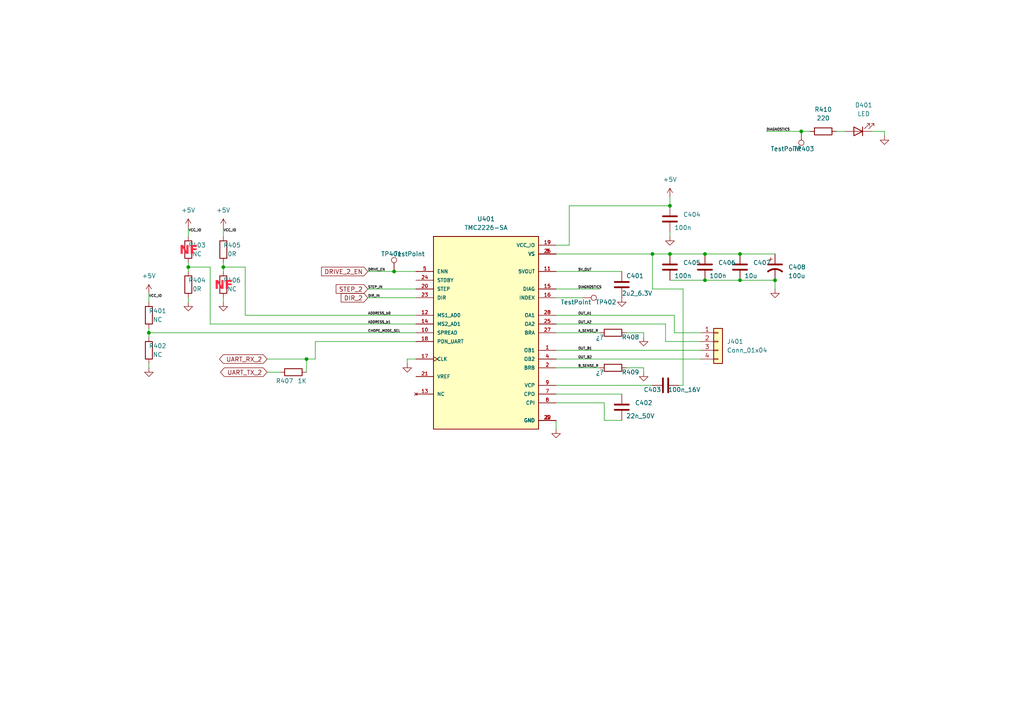
<source format=kicad_sch>
(kicad_sch (version 20230121) (generator eeschema)
  (paper "A4")
  (lib_symbols
    (symbol "Connector:TestPoint" (pin_numbers hide) (pin_names (offset 0.762) hide)
      (property "Reference" "TP" (at 0 6.858 0))
      (property "Value" "TestPoint" (at 0 5.08 0))
      (symbol "TestPoint_0_1"
        (circle (center 0 3.302) (radius 0.762))
      )
      (symbol "TestPoint_1_1"
        (pin passive line (at 0 0 90) (length 2.54) (name "1") (number "1"))
      )
    )
    (symbol "Connector_Generic:Conn_01x04" (pin_names (offset 1.016) hide)
      (property "Reference" "J" (at 0 5.08 0))
      (property "Value" "Conn_01x04" (at 0 -7.62 0))
      (symbol "Conn_01x04_1_1"
        (rectangle (start -1.27 -4.953) (end 0 -5.207) (stroke (width 0.1524)))
        (rectangle (start -1.27 -2.413) (end 0 -2.667) (stroke (width 0.1524)))
        (rectangle (start -1.27 0.127) (end 0 -0.127) (stroke (width 0.1524)))
        (rectangle (start -1.27 2.667) (end 0 2.413) (stroke (width 0.1524)))
        (rectangle (start -1.27 3.81) (end 1.27 -6.35) (stroke (width 0.254)) (fill (type background)))
        (pin passive line (at -5.08 2.54 0) (length 3.81) (name "Pin_1") (number "1"))
        (pin passive line (at -5.08 0 0) (length 3.81) (name "Pin_2") (number "2"))
        (pin passive line (at -5.08 -2.54 0) (length 3.81) (name "Pin_3") (number "3"))
        (pin passive line (at -5.08 -5.08 0) (length 3.81) (name "Pin_4") (number "4"))
      )
    )
    (symbol "Device:C" (pin_numbers hide) (pin_names (offset 0.254))
      (property "Reference" "C" (at 0.635 2.54 0))
      (property "Value" "C" (at 0.635 -2.54 0))
      (symbol "C_0_1"
        (polyline (pts (xy -2.032 -0.762) (xy 2.032 -0.762)) (stroke (width 0.508)))
        (polyline (pts (xy -2.032 0.762) (xy 2.032 0.762)) (stroke (width 0.508)))
      )
      (symbol "C_1_1"
        (pin passive line (at 0 3.81 270) (length 2.794) (name "~") (number "1"))
        (pin passive line (at 0 -3.81 90) (length 2.794) (name "~") (number "2"))
      )
    )
    (symbol "Device:C_Polarized_US" (pin_numbers hide) (pin_names (offset 0.254) hide)
      (property "Reference" "C" (at 0.635 2.54 0))
      (property "Value" "C_Polarized_US" (at 0.635 -2.54 0))
      (symbol "C_Polarized_US_0_1"
        (polyline (pts (xy -2.032 0.762) (xy 2.032 0.762)) (stroke (width 0.508)))
        (polyline (pts (xy -1.778 2.286) (xy -0.762 2.286)))
        (polyline (pts (xy -1.27 1.778) (xy -1.27 2.794)))
        (arc (start 2.032 -1.27) (mid 0 -0.5572) (end -2.032 -1.27) (stroke (width 0.508)))
      )
      (symbol "C_Polarized_US_1_1"
        (pin passive line (at 0 3.81 270) (length 2.794) (name "~") (number "1"))
        (pin passive line (at 0 -3.81 90) (length 3.302) (name "~") (number "2"))
      )
    )
    (symbol "Device:LED" (pin_numbers hide) (pin_names (offset 1.016) hide)
      (property "Reference" "D" (at 0 2.54 0))
      (property "Value" "LED" (at 0 -2.54 0))
      (symbol "LED_0_1"
        (polyline (pts (xy -1.27 -1.27) (xy -1.27 1.27)) (stroke (width 0.254)))
        (polyline (pts (xy -1.27 0) (xy 1.27 0)))
        (polyline (pts (xy 1.27 -1.27) (xy 1.27 1.27) (xy -1.27 0) (xy 1.27 -1.27)) (stroke (width 0.254)))
        (polyline (pts (xy -3.048 -0.762) (xy -4.572 -2.286) (xy -3.81 -2.286) (xy -4.572 -2.286) (xy -4.572 -1.524)))
        (polyline (pts (xy -1.778 -0.762) (xy -3.302 -2.286) (xy -2.54 -2.286) (xy -3.302 -2.286) (xy -3.302 -1.524)))
      )
      (symbol "LED_1_1"
        (pin passive line (at -3.81 0 0) (length 2.54) (name "K") (number "1"))
        (pin passive line (at 3.81 0 180) (length 2.54) (name "A") (number "2"))
      )
    )
    (symbol "Device:R" (pin_numbers hide) (pin_names (offset 0))
      (property "Reference" "R" (at 2.032 0 90))
      (property "Value" "R" (at 0 0 90))
      (symbol "R_0_1"
        (rectangle (start -1.016 -2.54) (end 1.016 2.54) (stroke (width 0.254)))
      )
      (symbol "R_1_1"
        (pin passive line (at 0 3.81 270) (length 1.27) (name "~") (number "1"))
        (pin passive line (at 0 -3.81 90) (length 1.27) (name "~") (number "2"))
      )
    )
    (symbol "TMC2226-SA:TMC2226-SA" (pin_names (offset 1.016))
      (property "Reference" "U" (at -15.24 28.702 0))
      (property "Value" "TMC2226-SA" (at -15.24 -28.702 0))
      (symbol "TMC2226-SA_0_0"
        (rectangle (start -15.24 -27.94) (end 15.24 27.94) (stroke (width 0.254)) (fill (type background)))
        (pin output line (at 20.32 -5.08 180) (length 5.08) (name "OB1") (number "1"))
        (pin input line (at -20.32 0 0) (length 5.08) (name "SPREAD") (number "10"))
        (pin output line (at 20.32 17.78 180) (length 5.08) (name "5VOUT") (number "11"))
        (pin input line (at -20.32 5.08 0) (length 5.08) (name "MS1_AD0") (number "12"))
        (pin no_connect line (at -20.32 -17.78 0) (length 5.08) (name "NC") (number "13"))
        (pin input line (at -20.32 2.54 0) (length 5.08) (name "MS2_AD1") (number "14"))
        (pin output line (at 20.32 12.7 180) (length 5.08) (name "DIAG") (number "15"))
        (pin output line (at 20.32 10.16 180) (length 5.08) (name "INDEX") (number "16"))
        (pin input clock (at -20.32 -7.62 0) (length 5.08) (name "CLK") (number "17"))
        (pin bidirectional line (at -20.32 -2.54 0) (length 5.08) (name "PDN_UART") (number "18"))
        (pin power_in line (at 20.32 25.4 180) (length 5.08) (name "VCC_IO") (number "19"))
        (pin passive line (at 20.32 -10.16 180) (length 5.08) (name "BRB") (number "2"))
        (pin input line (at -20.32 12.7 0) (length 5.08) (name "STEP") (number "20"))
        (pin input line (at -20.32 -12.7 0) (length 5.08) (name "VREF") (number "21"))
        (pin power_in line (at 20.32 -25.4 180) (length 5.08) (name "GND") (number "22"))
        (pin input line (at -20.32 10.16 0) (length 5.08) (name "DIR") (number "23"))
        (pin input line (at -20.32 15.24 0) (length 5.08) (name "STDBY") (number "24"))
        (pin output line (at 20.32 2.54 180) (length 5.08) (name "OA2") (number "25"))
        (pin power_in line (at 20.32 22.86 180) (length 5.08) (name "VS") (number "26"))
        (pin passive line (at 20.32 0 180) (length 5.08) (name "BRA") (number "27"))
        (pin output line (at 20.32 5.08 180) (length 5.08) (name "OA1") (number "28"))
        (pin power_in line (at 20.32 -25.4 180) (length 5.08) (name "GND") (number "29"))
        (pin power_in line (at 20.32 22.86 180) (length 5.08) (name "VS") (number "3"))
        (pin output line (at 20.32 -7.62 180) (length 5.08) (name "OB2") (number "4"))
        (pin input line (at -20.32 17.78 0) (length 5.08) (name "ENN") (number "5"))
        (pin power_in line (at 20.32 -25.4 180) (length 5.08) (name "GND") (number "6"))
        (pin passive line (at 20.32 -17.78 180) (length 5.08) (name "CPO") (number "7"))
        (pin passive line (at 20.32 -20.32 180) (length 5.08) (name "CPI") (number "8"))
        (pin passive line (at 20.32 -15.24 180) (length 5.08) (name "VCP") (number "9"))
      )
    )
    (symbol "power:+5V" (power) (pin_names (offset 0))
      (property "Value" "+5V" (at 0 3.556 0))
      (symbol "+5V_0_1"
        (polyline (pts (xy -0.762 1.27) (xy 0 2.54)))
        (polyline (pts (xy 0 0) (xy 0 2.54)))
        (polyline (pts (xy 0 2.54) (xy 0.762 1.27)))
      )
      (symbol "+5V_1_1"
        (pin power_in line (at 0 0 90) (length 0) hide (name "+5V") (number "1"))
      )
    )
    (symbol "power:GND" (power) (pin_names (offset 0))
      (property "Value" "GND" (at 0 -3.81 0))
      (symbol "GND_0_1"
        (polyline (pts (xy 0 0) (xy 0 -1.27) (xy 1.27 -1.27) (xy 0 -2.54) (xy -1.27 -1.27) (xy 0 -1.27)))
      )
      (symbol "GND_1_1"
        (pin power_in line (at 0 0 270) (length 0) hide (name "GND") (number "1"))
      )
    )
  )
  (junction (at 194.31 73.66))
  (junction (at 114.3 78.74))
  (junction (at 43.18 96.52))
  (junction (at 189.23 73.66))
  (junction (at 224.79 81.28))
  (junction (at 88.9 104.14))
  (junction (at 204.47 73.66))
  (junction (at 194.31 59.69))
  (junction (at 214.63 73.66))
  (junction (at 214.63 81.28))
  (junction (at 204.47 81.28))
  (junction (at 64.77 77.47))
  (junction (at 54.61 77.47))
  (junction (at 232.41 38.1))
  (wire (pts (xy 180.34 121.92) (xy 175.26 121.92)))
  (wire (pts (xy 120.65 93.98) (xy 60.96 93.98)))
  (wire (pts (xy 204.47 73.66) (xy 214.63 73.66)))
  (wire (pts (xy 165.1 59.69) (xy 194.31 59.69)))
  (wire (pts (xy 186.69 106.68) (xy 186.69 107.95)))
  (wire (pts (xy 189.23 83.82) (xy 189.23 73.66)))
  (wire (pts (xy 203.2 99.06) (xy 193.04 99.06)))
  (wire (pts (xy 64.77 66.04) (xy 64.77 68.58)))
  (wire (pts (xy 64.77 77.47) (xy 64.77 78.74)))
  (wire (pts (xy 224.79 81.28) (xy 224.79 83.82)))
  (wire (pts (xy 181.61 106.68) (xy 186.69 106.68)))
  (wire (pts (xy 77.47 104.14) (xy 88.9 104.14)))
  (wire (pts (xy 118.11 104.14) (xy 120.65 104.14)))
  (wire (pts (xy 161.29 121.92) (xy 161.29 124.46)))
  (wire (pts (xy 54.61 66.04) (xy 54.61 68.58)))
  (wire (pts (xy 43.18 105.41) (xy 43.18 106.68)))
  (wire (pts (xy 194.31 81.28) (xy 204.47 81.28)))
  (wire (pts (xy 161.29 106.68) (xy 173.99 106.68)))
  (wire (pts (xy 256.54 38.1) (xy 256.54 39.37)))
  (wire (pts (xy 194.31 57.15) (xy 194.31 59.69)))
  (wire (pts (xy 161.29 114.3) (xy 180.34 114.3)))
  (wire (pts (xy 195.58 91.44) (xy 161.29 91.44)))
  (wire (pts (xy 43.18 96.52) (xy 120.65 96.52)))
  (wire (pts (xy 194.31 73.66) (xy 204.47 73.66)))
  (wire (pts (xy 106.68 86.36) (xy 120.65 86.36)))
  (wire (pts (xy 43.18 85.09) (xy 43.18 87.63)))
  (wire (pts (xy 252.73 38.1) (xy 256.54 38.1)))
  (wire (pts (xy 181.61 96.52) (xy 186.69 96.52)))
  (wire (pts (xy 43.18 96.52) (xy 43.18 95.25)))
  (wire (pts (xy 71.12 77.47) (xy 64.77 77.47)))
  (wire (pts (xy 43.18 96.52) (xy 43.18 97.79)))
  (wire (pts (xy 161.29 83.82) (xy 173.99 83.82)))
  (wire (pts (xy 198.12 83.82) (xy 189.23 83.82)))
  (wire (pts (xy 194.31 67.31) (xy 194.31 68.58)))
  (wire (pts (xy 204.47 81.28) (xy 214.63 81.28)))
  (wire (pts (xy 186.69 96.52) (xy 186.69 97.79)))
  (wire (pts (xy 91.44 104.14) (xy 91.44 99.06)))
  (wire (pts (xy 203.2 96.52) (xy 195.58 96.52)))
  (wire (pts (xy 198.12 111.76) (xy 196.85 111.76)))
  (wire (pts (xy 161.29 71.12) (xy 165.1 71.12)))
  (wire (pts (xy 189.23 73.66) (xy 194.31 73.66)))
  (wire (pts (xy 193.04 93.98) (xy 161.29 93.98)))
  (wire (pts (xy 161.29 104.14) (xy 203.2 104.14)))
  (wire (pts (xy 54.61 77.47) (xy 54.61 78.74)))
  (wire (pts (xy 175.26 116.84) (xy 161.29 116.84)))
  (wire (pts (xy 114.3 78.74) (xy 120.65 78.74)))
  (wire (pts (xy 106.68 83.82) (xy 120.65 83.82)))
  (wire (pts (xy 175.26 121.92) (xy 175.26 116.84)))
  (wire (pts (xy 161.29 78.74) (xy 180.34 78.74)))
  (wire (pts (xy 54.61 76.2) (xy 54.61 77.47)))
  (wire (pts (xy 88.9 104.14) (xy 91.44 104.14)))
  (wire (pts (xy 118.11 105.41) (xy 118.11 104.14)))
  (wire (pts (xy 54.61 86.36) (xy 54.61 87.63)))
  (wire (pts (xy 203.2 101.6) (xy 161.29 101.6)))
  (wire (pts (xy 64.77 76.2) (xy 64.77 77.47)))
  (wire (pts (xy 91.44 99.06) (xy 120.65 99.06)))
  (wire (pts (xy 193.04 99.06) (xy 193.04 93.98)))
  (wire (pts (xy 214.63 73.66) (xy 224.79 73.66)))
  (wire (pts (xy 161.29 73.66) (xy 189.23 73.66)))
  (wire (pts (xy 106.68 78.74) (xy 114.3 78.74)))
  (wire (pts (xy 88.9 104.14) (xy 88.9 107.95)))
  (wire (pts (xy 195.58 96.52) (xy 195.58 91.44)))
  (wire (pts (xy 222.25 38.1) (xy 232.41 38.1)))
  (wire (pts (xy 120.65 91.44) (xy 71.12 91.44)))
  (wire (pts (xy 165.1 71.12) (xy 165.1 59.69)))
  (wire (pts (xy 64.77 86.36) (xy 64.77 87.63)))
  (wire (pts (xy 71.12 91.44) (xy 71.12 77.47)))
  (wire (pts (xy 161.29 96.52) (xy 173.99 96.52)))
  (wire (pts (xy 161.29 111.76) (xy 189.23 111.76)))
  (wire (pts (xy 232.41 38.1) (xy 234.95 38.1)))
  (wire (pts (xy 60.96 77.47) (xy 54.61 77.47)))
  (wire (pts (xy 161.29 86.36) (xy 168.91 86.36)))
  (wire (pts (xy 242.57 38.1) (xy 245.11 38.1)))
  (wire (pts (xy 77.47 107.95) (xy 81.28 107.95)))
  (wire (pts (xy 214.63 81.28) (xy 224.79 81.28)))
  (wire (pts (xy 198.12 111.76) (xy 198.12 83.82)))
  (wire (pts (xy 60.96 93.98) (xy 60.96 77.47)))
  (text "NF" (at 52.07 74.93 0) (effects (font (size 2.5 2.5) (thickness 0.254) bold italic) (justify left bottom)))
  (text "NF" (at 62.23 85.09 0) (effects (font (size 2.5 2.5) (thickness 0.254) bold italic) (justify left bottom)))
  (label "VCC_IO" (at 64.77 67.31 0) (effects (font (size 0.7 0.7))))
  (label "OUT_B2" (at 167.64 104.14 0) (effects (font (size 0.7 0.7))))
  (label "DIAGNOSTICS" (at 167.64 83.82 0) (effects (font (size 0.7 0.7))))
  (label "A_SENSE_R" (at 167.64 96.52 0) (effects (font (size 0.7 0.7))))
  (label "ADDRESS_b1" (at 106.68 93.98 0) (effects (font (size 0.7 0.7))))
  (label "VCC_IO" (at 54.61 67.31 0) (effects (font (size 0.7 0.7))))
  (label "5V_OUT" (at 167.64 78.74 0) (effects (font (size 0.7 0.7))))
  (label "DRIVE_EN" (at 106.68 78.74 0) (effects (font (size 0.7 0.7))))
  (label "DIAGNOSTICS" (at 222.25 38.1 0) (effects (font (size 0.7 0.7))))
  (label "CHOPE_MODE_SEL" (at 106.68 96.52 0) (effects (font (size 0.7 0.7))))
  (label "VCC_IO" (at 43.18 86.36 0) (effects (font (size 0.7 0.7))))
  (label "DIR_IN" (at 106.68 86.36 0) (effects (font (size 0.7 0.7))))
  (label "STEP_IN" (at 106.68 83.82 0) (effects (font (size 0.7 0.7))))
  (label "B_SENSE_R" (at 167.64 106.68 0) (effects (font (size 0.7 0.7))))
  (label "ADDRESS_b0" (at 106.68 91.44 0) (effects (font (size 0.7 0.7))))
  (label "OUT_A1" (at 167.64 91.44 0) (effects (font (size 0.7 0.7))))
  (label "OUT_B1" (at 167.64 101.6 0) (effects (font (size 0.7 0.7))))
  (label "OUT_A2" (at 167.64 93.98 0) (effects (font (size 0.7 0.7))))
  (global_label "UART_TX_2" (shape bidirectional) (at 77.47 107.95 180) (property "Intersheetrefs" "${INTERSHEET_REFS}" (effects hide)))
  (global_label "DRIVE_2_EN" (shape input) (at 106.68 78.74 180) (property "Intersheetrefs" "${INTERSHEET_REFS}" (effects hide)))
  (global_label "UART_RX_2" (shape bidirectional) (at 77.47 104.14 180) (property "Intersheetrefs" "${INTERSHEET_REFS}" (effects hide)))
  (global_label "STEP_2" (shape input) (at 106.68 83.82 180) (property "Intersheetrefs" "${INTERSHEET_REFS}" (effects hide)))
  (global_label "DIR_2" (shape input) (at 106.68 86.36 180) (property "Intersheetrefs" "${INTERSHEET_REFS}" (effects hide)))
  (symbol (lib_id "power:GND") (at 64.77 87.63 0) (unit 1)
    (property "Reference" "#PWR0406" (effects hide))
    (property "Value" "GND" (effects hide))
  )
  (symbol (lib_id "Device:R") (at 43.18 91.44 180) (unit 1)
    (property "Reference" "R401" (at 45.72 90.17 0))
    (property "Value" "NC" (at 45.72 92.71 0))
  )
  (symbol (lib_id "power:+5V") (at 64.77 66.04 0) (unit 1)
    (property "Reference" "#PWR0405" (effects hide))
    (property "Value" "+5V" (at 64.77 60.96 0))
  )
  (symbol (lib_id "power:GND") (at 180.34 86.36 0) (unit 1)
    (property "Reference" "#PWR0409" (effects hide))
    (property "Value" "GND" (effects hide))
  )
  (symbol (lib_id "power:+5V") (at 43.18 85.09 0) (unit 1)
    (property "Reference" "#PWR0401" (effects hide))
    (property "Value" "+5V" (at 43.18 80.01 0))
  )
  (symbol (lib_id "Device:C") (at 214.63 77.47 0) (unit 1)
    (property "Reference" "C407" (at 218.44 76.2 0) (effects (justify left)))
    (property "Value" "10u" (at 215.9 80.01 0) (effects (justify left)))
  )
  (symbol (lib_id "Device:R") (at 238.76 38.1 90) (unit 1)
    (property "Reference" "R410" (at 238.76 31.75 90))
    (property "Value" "220" (at 238.76 34.29 90))
  )
  (symbol (lib_id "Connector_Generic:Conn_01x04") (at 208.28 99.06 0) (unit 1)
    (property "Reference" "J401" (at 210.82 99.06 0) (effects (justify left)))
    (property "Value" "Conn_01x04" (at 210.82 101.6 0) (effects (justify left)))
  )
  (symbol (lib_id "Device:C") (at 194.31 77.47 0) (unit 1)
    (property "Reference" "C405" (at 198.12 76.2 0) (effects (justify left)))
    (property "Value" "100n" (at 195.58 80.01 0) (effects (justify left)))
  )
  (symbol (lib_id "Device:C") (at 193.04 111.76 90) (unit 1)
    (property "Reference" "C403" (at 191.77 113.03 90) (effects (justify left)))
    (property "Value" "100n_16V" (at 203.2 113.03 90) (effects (justify left)))
  )
  (symbol (lib_id "power:GND") (at 256.54 39.37 0) (unit 1)
    (property "Reference" "#PWR0415" (effects hide))
    (property "Value" "GND" (effects hide))
  )
  (symbol (lib_id "Device:R") (at 54.61 72.39 180) (unit 1)
    (property "Reference" "R403" (at 57.15 71.12 0))
    (property "Value" "NC" (at 57.15 73.66 0))
  )
  (symbol (lib_id "Device:LED") (at 248.92 38.1 180) (unit 1)
    (property "Reference" "D401" (at 250.5075 30.48 0))
    (property "Value" "LED" (at 250.5075 33.02 0))
  )
  (symbol (lib_id "Device:R") (at 177.8 106.68 90) (unit 1)
    (property "Reference" "R409" (at 182.88 107.95 90))
    (property "Value" "¿?" (at 173.99 107.95 90))
  )
  (symbol (lib_id "Device:R") (at 54.61 82.55 180) (unit 1)
    (property "Reference" "R404" (at 57.15 81.28 0))
    (property "Value" "0R" (at 57.15 83.82 0))
  )
  (symbol (lib_id "power:GND") (at 194.31 68.58 0) (unit 1)
    (property "Reference" "#PWR0413" (effects hide))
    (property "Value" "GND" (effects hide))
  )
  (symbol (lib_id "power:+5V") (at 194.31 57.15 0) (unit 1)
    (property "Reference" "#PWR0412" (effects hide))
    (property "Value" "+5V" (at 194.31 52.07 0))
  )
  (symbol (lib_id "Device:R") (at 64.77 72.39 180) (unit 1)
    (property "Reference" "R405" (at 67.31 71.12 0))
    (property "Value" "0R" (at 67.31 73.66 0))
  )
  (symbol (lib_id "Connector:TestPoint") (at 168.91 86.36 270) (unit 1)
    (property "Reference" "TP402" (at 172.72 87.63 90) (effects (justify left)))
    (property "Value" "TestPoint" (at 162.56 87.63 90) (effects (justify left)))
  )
  (symbol (lib_id "power:GND") (at 186.69 97.79 0) (unit 1)
    (property "Reference" "#PWR0410" (effects hide))
    (property "Value" "GND" (effects hide))
  )
  (symbol (lib_id "Device:C") (at 180.34 118.11 0) (unit 1)
    (property "Reference" "C402" (at 184.15 116.84 0) (effects (justify left)))
    (property "Value" "22n_50V" (at 181.61 120.65 0) (effects (justify left)))
  )
  (symbol (lib_id "Device:R") (at 43.18 101.6 180) (unit 1)
    (property "Reference" "R402" (at 45.72 100.33 0))
    (property "Value" "NC" (at 45.72 102.87 0))
  )
  (symbol (lib_id "TMC2226-SA:TMC2226-SA") (at 140.97 96.52 0) (unit 1)
    (property "Reference" "U401" (at 140.97 63.5 0))
    (property "Value" "TMC2226-SA" (at 140.97 66.04 0))
    (property "Footprint" "TMC2226-SA:SOP65P640X120-29N" (effects hide))
    (property "MF" "Trinamic Motion Control GmbH" (effects hide))
    (property "MAXIMUM_PACKAGE_HEIGHT" "1.2mm" (effects hide))
    (property "Package" "None" (effects hide))
    (property "Price" "None" (effects hide))
    (property "Check_prices" "https://www.snapeda.com/parts/TMC2226-SA/Trinamic+Motion+Control+GmbH/view-part/?ref=eda" (effects hide))
    (property "STANDARD" "IPC 7351B" (effects hide))
    (property "PARTREV" "V1.08" (effects hide))
    (property "SnapEDA_Link" "https://www.snapeda.com/parts/TMC2226-SA/Trinamic+Motion+Control+GmbH/view-part/?ref=snap" (effects hide))
    (property "MP" "TMC2226-SA" (effects hide))
    (property "Description" "\nMotor Driver Step/Direction, UART 28-HTSSOP\n" (effects hide))
    (property "Availability" "In Stock" (effects hide))
    (property "MANUFACTURER" "Trinamic" (effects hide))
  )
  (symbol (lib_id "Connector:TestPoint") (at 232.41 38.1 180) (unit 1)
    (property "Reference" "TP403" (at 236.22 43.18 0) (effects (justify left)))
    (property "Value" "TestPoint" (at 232.41 43.18 0) (effects (justify left)))
  )
  (symbol (lib_id "Device:R") (at 177.8 96.52 90) (unit 1)
    (property "Reference" "R408" (at 182.88 97.79 90))
    (property "Value" "¿?" (at 173.99 97.79 90))
  )
  (symbol (lib_id "power:GND") (at 118.11 105.41 0) (unit 1)
    (property "Reference" "#PWR0407" (effects hide))
    (property "Value" "GND" (effects hide))
  )
  (symbol (lib_id "Device:C") (at 180.34 82.55 0) (unit 1)
    (property "Reference" "C401" (at 181.61 80.01 0) (effects (justify left)))
    (property "Value" "2u2_6.3V" (at 180.34 85.09 0) (effects (justify left)))
  )
  (symbol (lib_id "power:GND") (at 161.29 124.46 0) (unit 1)
    (property "Reference" "#PWR0408" (effects hide))
    (property "Value" "GND" (effects hide))
  )
  (symbol (lib_id "power:GND") (at 54.61 87.63 0) (unit 1)
    (property "Reference" "#PWR0404" (effects hide))
    (property "Value" "GND" (effects hide))
  )
  (symbol (lib_id "Device:C") (at 204.47 77.47 0) (unit 1)
    (property "Reference" "C406" (at 208.28 76.2 0) (effects (justify left)))
    (property "Value" "100n" (at 205.74 80.01 0) (effects (justify left)))
  )
  (symbol (lib_id "Device:C") (at 194.31 63.5 0) (unit 1)
    (property "Reference" "C404" (at 198.12 62.23 0) (effects (justify left)))
    (property "Value" "100n" (at 195.58 66.04 0) (effects (justify left)))
  )
  (symbol (lib_id "Device:R") (at 85.09 107.95 270) (mirror x) (unit 1)
    (property "Reference" "R407" (at 82.55 110.49 90))
    (property "Value" "1K" (at 87.63 110.49 90))
  )
  (symbol (lib_id "Device:C_Polarized_US") (at 224.79 77.47 0) (unit 1)
    (property "Reference" "C408" (at 228.6 77.47 0) (effects (justify left)))
    (property "Value" "100u" (at 228.6 80.01 0) (effects (justify left)))
  )
  (symbol (lib_id "Connector:TestPoint") (at 114.3 78.74 0) (unit 1)
    (property "Reference" "TP401" (at 110.49 73.66 0) (effects (justify left)))
    (property "Value" "TestPoint" (at 114.3 73.66 0) (effects (justify left)))
  )
  (symbol (lib_id "power:+5V") (at 54.61 66.04 0) (unit 1)
    (property "Reference" "#PWR0403" (effects hide))
    (property "Value" "+5V" (at 54.61 60.96 0))
  )
  (symbol (lib_id "power:GND") (at 224.79 83.82 0) (unit 1)
    (property "Reference" "#PWR0414" (effects hide))
    (property "Value" "GND" (effects hide))
  )
  (symbol (lib_id "Device:R") (at 64.77 82.55 180) (unit 1)
    (property "Reference" "R406" (at 67.31 81.28 0))
    (property "Value" "NC" (at 67.31 83.82 0))
  )
  (symbol (lib_id "power:GND") (at 43.18 106.68 0) (unit 1)
    (property "Reference" "#PWR0402" (effects hide))
    (property "Value" "GND" (effects hide))
  )
  (symbol (lib_id "power:GND") (at 186.69 107.95 0) (unit 1)
    (property "Reference" "#PWR0411" (effects hide))
    (property "Value" "GND" (effects hide))
  )
)
</source>
